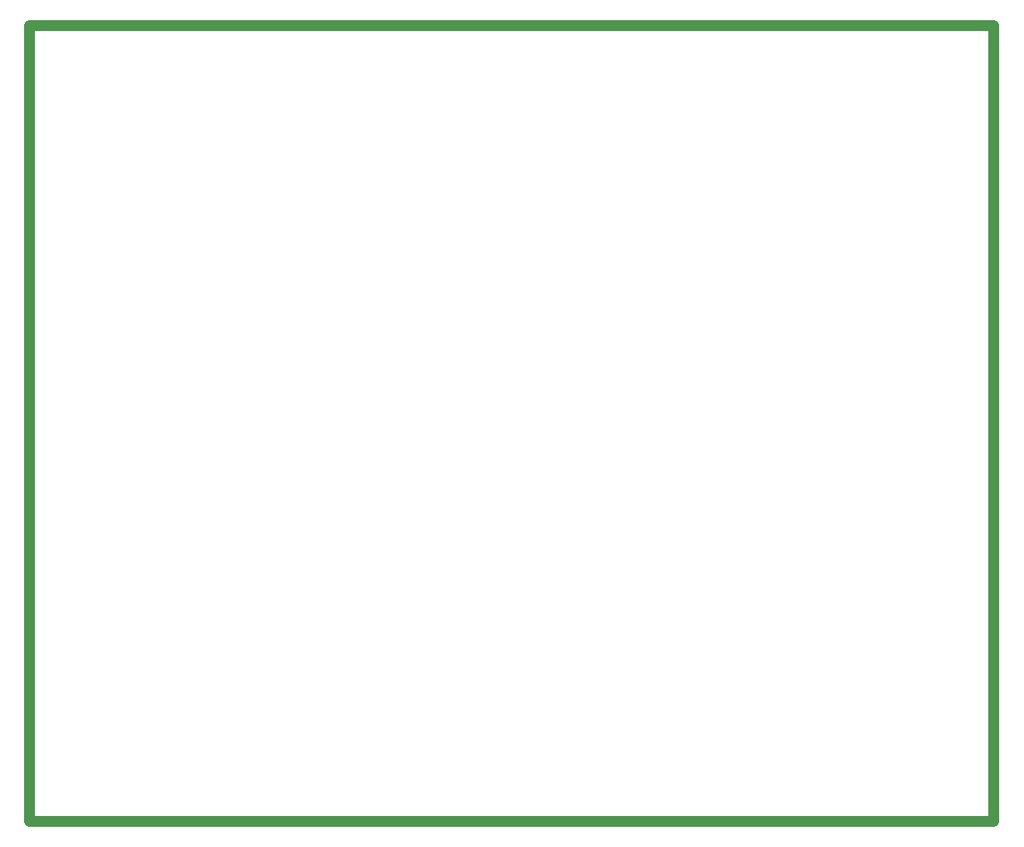
<source format=gm1>
G04*
G04 #@! TF.GenerationSoftware,Altium Limited,Altium Designer,22.3.1 (43)*
G04*
G04 Layer_Color=16711935*
%FSLAX43Y43*%
%MOMM*%
G71*
G04*
G04 #@! TF.SameCoordinates,807CCD13-CB5B-4CC3-81D7-37C4D7C0FF8C*
G04*
G04*
G04 #@! TF.FilePolarity,Positive*
G04*
G01*
G75*
%ADD44C,1.200*%
D44*
X0Y0D02*
Y86868D01*
X105156D01*
Y0D02*
Y86868D01*
X0Y0D02*
X105156D01*
M02*

</source>
